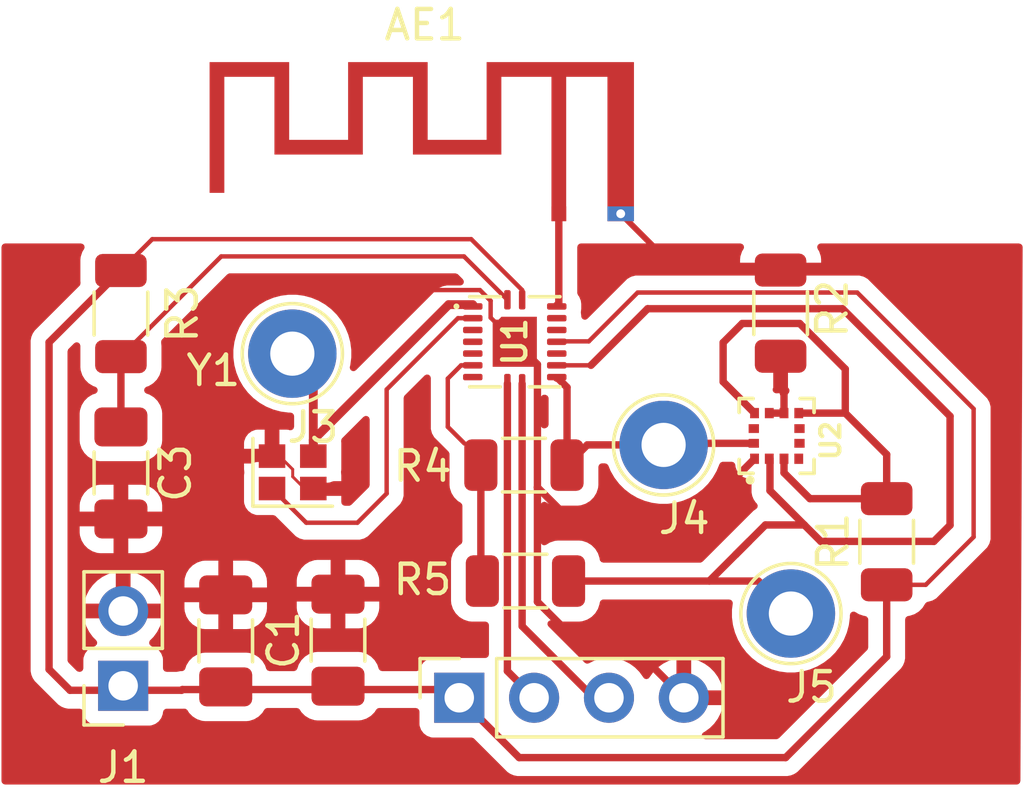
<source format=kicad_pcb>
(kicad_pcb (version 20241229) (generator "pcbnew") (generator_version "9.0")
  (layers (0 "F.Cu" signal) (2 "B.Cu" signal) (13 "F.Paste" user) (15 "B.Paste" user) (5 "F.SilkS" user "F.Silkscreen") (7 "B.SilkS" user "B.Silkscreen") (1 "F.Mask" user) (3 "B.Mask" user) (25 "Edge.Cuts" user))
  (net 0 "")
  (net 1 "RF_TX")
  (net 2 "GND")
  (net 3 "VCC")
  (net 4 "Net-(U1-EN)")
  (net 5 "UART_TX")
  (net 6 "UART_RX")
  (net 7 "I2C_SCL")
  (net 8 "I2C_SDA")
  (net 9 "XO_N")
  (net 10 "XO_P")
  (net 19 "SW0")
  (footprint "Resistor_SMD:R_1206_3216Metric" (layer "F.Cu") (at 83.5152 38.3647 -90)
    (property "Reference" "R3" (at 0 -2.0848 90) (layer "F.SilkS"))
    (property "Value" "10k" (hide yes))
    (fp_line (start -0.727064 0.91) (end 0.727064 0.91) (stroke (width 0.12)) (layer "F.SilkS"))
    (fp_line (start -0.727064 -0.91) (end 0.727064 -0.91) (stroke (width 0.12)) (layer "F.SilkS"))
    (pad "1" smd roundrect (at -1.4625 0 270) (size 1.125 1.75) (layers "F.Cu" "F.Mask" "F.Paste") (roundrect_rratio 0.222222) (net 3 "VCC"))
    (pad "2" smd roundrect (at 1.4625 0 270) (size 1.125 1.75) (layers "F.Cu" "F.Mask" "F.Paste") (roundrect_rratio 0.222222) (net 4 "Net-(U1-EN)"))
  )
  (footprint "Crystal:Crystal_SMD_2016-4Pin_2.0x1.6mm" (layer "F.Cu") (at 89.343 43.7554)
    (property "Reference" "Y1" (at -2.693 -3.4554 0) (layer "F.SilkS"))
    (property "Value" "Crystal_GND24" (hide yes))
    (fp_line (start -1.35 -1.15) (end -1.35 1.15) (stroke (width 0.12)) (layer "F.SilkS"))
    (fp_line (start -1.35 1.15) (end 1.35 1.15) (stroke (width 0.12)) (layer "F.SilkS"))
    (pad "1" smd rect (at -0.7 0.55) (size 0.9 0.8) (layers "F.Cu" "F.Mask" "F.Paste") (net 10 "XO_P"))
    (pad "2" smd rect (at 0.7 0.55) (size 0.9 0.8) (layers "F.Cu" "F.Mask" "F.Paste") (net 2 "GND"))
    (pad "3" smd rect (at 0.7 -0.55) (size 0.9 0.8) (layers "F.Cu" "F.Mask" "F.Paste") (net 9 "XO_N"))
    (pad "4" smd rect (at -0.7 -0.55) (size 0.9 0.8) (layers "F.Cu" "F.Mask" "F.Paste") (net 2 "GND"))
  )
  (footprint "TestPoint:TestPoint_Loop_D2.54mm_Drill1.5mm_Beaded" (layer "F.Cu") (at 89.3318 39.7256)
    (property "Reference" "J3" (at 0.7 2.5 0) (layer "F.SilkS"))
    (property "Value" "Conn_01x01_Socket" (hide yes))
    (fp_circle (center 0 0) (end 1.7 0) (stroke (width 0.12)) (fill no) (layer "F.SilkS"))
    (pad "1" thru_hole circle (at 0 0) (size 3 3) (drill 1.5) (layers "*.Cu" "*.Mask") (net 9 "XO_N"))
  )
  (footprint "RF_Antenna:Texas_SWRA117D_2.4GHz_Left" (layer "F.Cu") (at 98.3742 34.9758)
    (property "Reference" "AE1" (at -4.55 -6.41 0) (layer "F.SilkS"))
    (property "Value" "Antenna_Dipole")
    (fp_poly (pts (xy -2.45 -2.51) (xy -4.45 -2.51) (xy -4.45 -5.15) (xy -7.15 -5.15) (xy -7.15 -2.51) (xy -9.15 -2.51) (xy -9.15 -5.15) (xy -11.85 -5.15) (xy -11.85 -0.71) (xy -11.35 -0.71) (xy -11.35 -4.65) (xy -9.65 -4.65) (xy -9.65 -2.01) (xy -6.65 -2.01) (xy -6.65 -4.65) (xy -4.95 -4.65) (xy -4.95 -2.01) (xy -1.95 -2.01) (xy -1.95 -4.65) (xy -0.25 -4.65) (xy -0.25 0.25) (xy 0.25 0.25) (xy 0.25 -4.65) (xy 1.65 -4.65) (xy 1.65 0.25) (xy 2.55 0.25) (xy 2.55 0.006785) (xy 2.247583 0.006785) (xy 2.237742 0.054395) (xy 2.213674 0.096797) (xy 2.175731 0.129581) (xy 2.167819 0.133935) (xy 2.125156 0.146043) (xy 2.076637 0.1453) (xy 2.031122 0.1324) (xy 2.012511 0.121787) (xy 1.978868 0.086553) (xy 1.958309 0.041368) (xy 1.951778 -0.008158) (xy 1.960218 -0.056417) (xy 1.977112 -0.088643) (xy 2.012372 -0.121313) (xy 2.057682 -0.141408) (xy 2.107267 -0.147982) (xy 2.155353 -0.140092) (xy 2.188245 -0.123186) (xy 2.223185 -0.086416) (xy 2.242847 -0.041622) (xy 2.247583 0.006785) (xy 2.55 0.006785) (xy 2.55 -5.15) (xy -2.45 -5.15) (xy -2.45 -2.51)) (fill yes) (layer "F.Cu"))
    (pad "1" connect rect (at 0 0) (size 0.5 0.5) (layers "F.Cu") (net 1 "RF_TX"))
    (pad "2" thru_hole rect (at 2.1 0) (size 0.9 0.5) (drill 0.3) (layers "*.Cu") (net 2 "GND"))
  )
  (footprint "Connector_PinSocket_2.54mm:PinSocket_1x02_P2.54mm_Vertical" (layer "F.Cu") (at 83.5914 51.0032 180)
    (property "Reference" "J1" (at 0 -2.77 0) (layer "F.SilkS"))
    (property "Value" "Conn_01x02_Pin" (hide yes))
    (fp_line (start 1.33 1.27) (end 1.33 3.87) (stroke (width 0.12)) (layer "F.SilkS"))
    (fp_line (start 1.33 -1.33) (end 1.33 0) (stroke (width 0.12)) (layer "F.SilkS"))
    (fp_line (start 0 -1.33) (end 1.33 -1.33) (stroke (width 0.12)) (layer "F.SilkS"))
    (fp_line (start -1.33 3.87) (end 1.33 3.87) (stroke (width 0.12)) (layer "F.SilkS"))
    (fp_line (start -1.33 1.27) (end 1.33 1.27) (stroke (width 0.12)) (layer "F.SilkS"))
    (fp_line (start -1.33 1.27) (end -1.33 3.87) (stroke (width 0.12)) (layer "F.SilkS"))
    (pad "1" thru_hole rect (at 0 0 180) (size 1.7 1.7) (drill 1) (layers "*.Cu" "*.Mask") (net 3 "VCC"))
    (pad "2" thru_hole oval (at 0 2.54 180) (size 1.7 1.7) (drill 1) (layers "*.Cu" "*.Mask") (net 2 "GND"))
  )
  (footprint "BMA400:XDCR_BMA400" (layer "F.Cu") (at 105.7656 42.5196 90)
    (property "Reference" "U2" (at -0.15825 1.8344 90) (layer "F.SilkS") (effects (font (size 0.64 0.64))))
    (property "Value" "BMA400" (hide yes))
    (fp_line (start 1.27 -1.27) (end 0.8 -1.27) (stroke (width 0.127)) (layer "F.SilkS"))
    (fp_line (start 1.27 -1.27) (end 1.27 -0.8) (stroke (width 0.127)) (layer "F.SilkS"))
    (fp_line (start -1.27 -1.27) (end -0.8 -1.27) (stroke (width 0.127)) (layer "F.SilkS"))
    (fp_line (start -1.27 -1.27) (end -1.27 -0.8) (stroke (width 0.127)) (layer "F.SilkS"))
    (fp_line (start 1.27 1.27) (end 1.27 0.8) (stroke (width 0.127)) (layer "F.SilkS"))
    (fp_line (start 1.27 1.27) (end 0.8 1.27) (stroke (width 0.127)) (layer "F.SilkS"))
    (fp_line (start -1.27 1.27) (end -1.27 0.8) (stroke (width 0.127)) (layer "F.SilkS"))
    (fp_line (start -1.27 1.27) (end -0.8 1.27) (stroke (width 0.127)) (layer "F.SilkS"))
    (fp_circle (center -1.5 -0.9) (end -1.425 -0.9) (stroke (width 0.15)) (fill no) (layer "F.SilkS"))
    (pad "1" smd rect (at -0.775 -0.75 90) (size 0.35 0.3) (layers "F.Cu") (net 2 "GND"))
    (pad "2" smd rect (at -0.775 -0.25 90) (size 0.35 0.3) (layers "F.Cu") (net 8 "I2C_SDA"))
    (pad "3" smd rect (at -0.775 0.25 90) (size 0.35 0.3) (layers "F.Cu") (net 3 "VCC"))
    (pad "4" smd rect (at -0.775 0.75 90) (size 0.35 0.3) (layers "F.Cu"))
    (pad "5" smd rect (at -0.25 0.775 90) (size 0.3 0.35) (layers "F.Cu"))
    (pad "6" smd rect (at 0.25 0.775 90) (size 0.3 0.35) (layers "F.Cu"))
    (pad "7" smd rect (at 0.775 0.75 90) (size 0.35 0.3) (layers "F.Cu") (net 3 "VCC"))
    (pad "8" smd rect (at 0.775 0.25 90) (size 0.35 0.3) (layers "F.Cu") (net 2 "GND"))
    (pad "9" smd rect (at 0.775 -0.25 90) (size 0.35 0.3) (layers "F.Cu") (net 2 "GND"))
    (pad "10" smd rect (at 0.775 -0.75 90) (size 0.35 0.3) (layers "F.Cu") (net 3 "VCC"))
    (pad "11" smd rect (at 0.25 -0.775 90) (size 0.3 0.35) (layers "F.Cu"))
    (pad "12" smd rect (at -0.25 -0.775 90) (size 0.3 0.35) (layers "F.Cu") (net 7 "I2C_SCL"))
    (zone (net 0) (net_name "") (layer "F.Cu") (connect_pads (clearance 0)) (min_thickness 0.01)
      (keepout (tracks not_allowed) (vias not_allowed) (pads not_allowed) (copperpour not_allowed) (footprints allowed))
      (fill (thermal_gap 0.508) (thermal_bridge_width 0.508))
      (polygon (pts (xy 105.2906 42.9946) (xy 105.2906 42.0446) (xy 106.2406 42.0446) (xy 106.2406 42.9946)))
    )
  )
  (footprint "Capacitor_SMD:C_1206_3216Metric_Pad1.33x1.80mm_HandSolder" (layer "F.Cu") (at 87.0712 49.4784 90)
    (property "Reference" "C2" (hide yes))
    (property "Value" "0.1uF" (hide yes))
    (fp_line (start -0.711252 -0.91) (end 0.711252 -0.91) (stroke (width 0.12)) (layer "F.SilkS"))
    (fp_line (start -0.711252 0.91) (end 0.711252 0.91) (stroke (width 0.12)) (layer "F.SilkS"))
    (pad "1" smd roundrect (at -1.5625 0 90) (size 1.325 1.8) (layers "F.Cu" "F.Mask" "F.Paste") (roundrect_rratio 0.188679) (net 3 "VCC"))
    (pad "2" smd roundrect (at 1.5625 0 90) (size 1.325 1.8) (layers "F.Cu" "F.Mask" "F.Paste") (roundrect_rratio 0.188679) (net 2 "GND"))
  )
  (footprint "TestPoint:TestPoint_Loop_D2.54mm_Drill1.5mm_Beaded" (layer "F.Cu") (at 106.25 48.55)
    (property "Reference" "J5" (at 0.7 2.5 0) (layer "F.SilkS"))
    (property "Value" "Conn_01x01_Socket" (hide yes))
    (fp_circle (center 0 0) (end 1.7 0) (stroke (width 0.12)) (fill no) (layer "F.SilkS"))
    (pad "1" thru_hole circle (at 0 0) (size 3 3) (drill 1.5) (layers "*.Cu" "*.Mask") (net 8 "I2C_SDA"))
  )
  (footprint "TestPoint:TestPoint_Loop_D2.54mm_Drill1.5mm_Beaded" (layer "F.Cu") (at 101.9302 42.8244)
    (property "Reference" "J4" (at 0.7 2.5 0) (layer "F.SilkS"))
    (property "Value" "Conn_01x01_Socket" (hide yes))
    (fp_circle (center 0 0) (end 1.7 0) (stroke (width 0.12)) (fill no) (layer "F.SilkS"))
    (pad "1" thru_hole circle (at 0 0) (size 3 3) (drill 1.5) (layers "*.Cu" "*.Mask") (net 7 "I2C_SCL"))
  )
  (footprint "IN100:QFN19P40_300X300X80L35X20T170X150N" (layer "F.Cu") (at 96.8796 39.3218 -90)
    (property "Reference" "U1" (at 0 0 90) (layer "F.SilkS") (effects (font (size 0.787402 0.787402))))
    (property "Value" "~")
    (fp_line (start -1.53 1.53) (end -1.53 1.53) (stroke (width 0.12)) (layer "F.SilkS"))
    (fp_line (start 1.53 1.53) (end 1.53 1.53) (stroke (width 0.12)) (layer "F.SilkS"))
    (fp_line (start 1.53 1.53) (end 1.53 0.49) (stroke (width 0.12)) (layer "F.SilkS"))
    (fp_line (start -1.53 0.49) (end -1.53 1.53) (stroke (width 0.12)) (layer "F.SilkS"))
    (fp_line (start 1.53 -0.49) (end 1.53 -1.53) (stroke (width 0.12)) (layer "F.SilkS"))
    (fp_line (start -1.53 -1.53) (end -1.53 -0.49) (stroke (width 0.12)) (layer "F.SilkS"))
    (fp_line (start -1.53 -1.53) (end -1.53 -1.53) (stroke (width 0.12)) (layer "F.SilkS"))
    (fp_line (start 1.53 -1.53) (end 1.53 -1.53) (stroke (width 0.12)) (layer "F.SilkS"))
    (fp_circle (center -1.2 1.98) (end -1.1 1.98) (fill yes) (layer "F.SilkS"))
    (pad "1" smd roundrect (at -1.2 1.425 270) (size 0.22 0.66) (layers "F.Cu" "F.Mask" "F.Paste") (roundrect_rratio 0.275) (net 9 "XO_N"))
    (pad "2" smd roundrect (at -0.8 1.425 270) (size 0.22 0.66) (layers "F.Cu" "F.Mask" "F.Paste") (roundrect_rratio 0.275) (net 10 "XO_P"))
    (pad "3" smd roundrect (at -0.4 1.425 270) (size 0.22 0.66) (layers "F.Cu" "F.Mask" "F.Paste") (roundrect_rratio 0.275))
    (pad "4" smd roundrect (at 0 1.425 270) (size 0.22 0.66) (layers "F.Cu" "F.Mask" "F.Paste") (roundrect_rratio 0.275))
    (pad "5" smd roundrect (at 0.4 1.425 270) (size 0.22 0.66) (layers "F.Cu" "F.Mask" "F.Paste") (roundrect_rratio 0.275))
    (pad "6" smd roundrect (at 0.8 1.425 270) (size 0.22 0.66) (layers "F.Cu" "F.Mask" "F.Paste") (roundrect_rratio 0.275) (net 19 "SW0"))
    (pad "7" smd roundrect (at 1.2 1.425 270) (size 0.22 0.66) (layers "F.Cu" "F.Mask" "F.Paste") (roundrect_rratio 0.275))
    (pad "8" smd roundrect (at 1.42 0.25 270) (size 0.66 0.22) (layers "F.Cu" "F.Mask" "F.Paste") (roundrect_rratio 0.275) (net 6 "UART_RX"))
    (pad "9" smd roundrect (at 1.425 -0.25 270) (size 0.66 0.22) (layers "F.Cu" "F.Mask" "F.Paste") (roundrect_rratio 0.275) (net 5 "UART_TX"))
    (pad "10" smd roundrect (at 1.2 -1.425 270) (size 0.22 0.66) (layers "F.Cu" "F.Mask" "F.Paste") (roundrect_rratio 0.275) (net 7 "I2C_SCL"))
    (pad "11" smd roundrect (at 0.8 -1.425 270) (size 0.22 0.66) (layers "F.Cu" "F.Mask" "F.Paste") (roundrect_rratio 0.275) (net 8 "I2C_SDA"))
    (pad "12" smd roundrect (at 0.4 -1.425 270) (size 0.22 0.66) (layers "F.Cu" "F.Mask" "F.Paste") (roundrect_rratio 0.275))
    (pad "13" smd roundrect (at 0 -1.425 270) (size 0.22 0.66) (layers "F.Cu" "F.Mask" "F.Paste") (roundrect_rratio 0.275) (net 3 "VCC"))
    (pad "14" smd roundrect (at -0.4 -1.425 270) (size 0.22 0.66) (layers "F.Cu" "F.Mask" "F.Paste") (roundrect_rratio 0.275))
    (pad "15" smd roundrect (at -0.8 -1.425 270) (size 0.22 0.66) (layers "F.Cu" "F.Mask" "F.Paste") (roundrect_rratio 0.275))
    (pad "16" smd roundrect (at -1.2 -1.425 270) (size 0.22 0.66) (layers "F.Cu" "F.Mask" "F.Paste") (roundrect_rratio 0.275) (net 1 "RF_TX"))
    (pad "17" smd roundrect (at -1.425 -0.25 270) (size 0.66 0.22) (layers "F.Cu" "F.Mask" "F.Paste") (roundrect_rratio 0.275) (net 3 "VCC"))
    (pad "18" smd roundrect (at -1.425 0.25 270) (size 0.66 0.22) (layers "F.Cu" "F.Mask" "F.Paste") (roundrect_rratio 0.275) (net 4 "Net-(U1-EN)"))
    (pad "19" smd custom (at 0 0 270) (size 1.5 1.5) (layers "F.Cu") (net 2 "GND") (options (clearance outline) (anchor rect)) (primitives (gr_poly (pts (xy -0.849 -0.749) (xy 0.849 -0.749) (xy 0.849 0.749) (xy -0.55 0.749) (xy -0.849 0.45)) (width 0.002) (fill yes))))
  )
  (footprint "Capacitor_SMD:C_1206_3216Metric_Pad1.33x1.80mm_HandSolder" (layer "F.Cu") (at 90.8812 49.4538 90)
    (property "Reference" "C1" (at 0 -1.85 90) (layer "F.SilkS"))
    (property "Value" "10uF" (hide yes))
    (fp_line (start -0.711252 -0.91) (end 0.711252 -0.91) (stroke (width 0.12)) (layer "F.SilkS"))
    (fp_line (start -0.711252 0.91) (end 0.711252 0.91) (stroke (width 0.12)) (layer "F.SilkS"))
    (pad "1" smd roundrect (at -1.5625 0 90) (size 1.325 1.8) (layers "F.Cu" "F.Mask" "F.Paste") (roundrect_rratio 0.188679) (net 3 "VCC"))
    (pad "2" smd roundrect (at 1.5625 0 90) (size 1.325 1.8) (layers "F.Cu" "F.Mask" "F.Paste") (roundrect_rratio 0.188679) (net 2 "GND"))
  )
  (footprint "Resistor_SMD:R_1206_3216Metric" (layer "F.Cu") (at 105.9 38.35 90)
    (property "Reference" "R2" (at 0.15 1.75 90) (layer "F.SilkS"))
    (property "Value" "0" (hide yes))
    (fp_line (start -0.727064 -0.91) (end 0.727064 -0.91) (stroke (width 0.12)) (layer "F.SilkS"))
    (fp_line (start -0.727064 0.91) (end 0.727064 0.91) (stroke (width 0.12)) (layer "F.SilkS"))
    (pad "1" smd roundrect (at -1.4625 0 90) (size 1.125 1.75) (layers "F.Cu" "F.Mask" "F.Paste") (roundrect_rratio 0.222222) (net 2 "GND"))
    (pad "2" smd roundrect (at 1.4625 0 90) (size 1.125 1.75) (layers "F.Cu" "F.Mask" "F.Paste") (roundrect_rratio 0.222222) (net 2 "GND"))
  )
  (footprint "Resistor_SMD:R_1206_3216Metric" (layer "F.Cu") (at 109.4994 46.1117 90)
    (property "Reference" "R1" (at 0 -1.82 90) (layer "F.SilkS"))
    (property "Value" "0" (hide yes))
    (fp_line (start -0.727064 -0.91) (end 0.727064 -0.91) (stroke (width 0.12)) (layer "F.SilkS"))
    (fp_line (start -0.727064 0.91) (end 0.727064 0.91) (stroke (width 0.12)) (layer "F.SilkS"))
    (pad "1" smd roundrect (at -1.4625 0 90) (size 1.125 1.75) (layers "F.Cu" "F.Mask" "F.Paste") (roundrect_rratio 0.222222) (net 3 "VCC"))
    (pad "2" smd roundrect (at 1.4625 0 90) (size 1.125 1.75) (layers "F.Cu" "F.Mask" "F.Paste") (roundrect_rratio 0.222222) (net 3 "VCC"))
  )
  (footprint "Capacitor_SMD:C_1206_3216Metric_Pad1.33x1.80mm_HandSolder" (layer "F.Cu") (at 83.5152 43.7765 -90)
    (property "Reference" "C3" (at 0 -1.85 90) (layer "F.SilkS"))
    (property "Value" "0.1uF" (hide yes))
    (fp_line (start -0.711252 0.91) (end 0.711252 0.91) (stroke (width 0.12)) (layer "F.SilkS"))
    (fp_line (start -0.711252 -0.91) (end 0.711252 -0.91) (stroke (width 0.12)) (layer "F.SilkS"))
    (pad "1" smd roundrect (at -1.5625 0 270) (size 1.325 1.8) (layers "F.Cu" "F.Mask" "F.Paste") (roundrect_rratio 0.188679) (net 4 "Net-(U1-EN)"))
    (pad "2" smd roundrect (at 1.5625 0 270) (size 1.325 1.8) (layers "F.Cu" "F.Mask" "F.Paste") (roundrect_rratio 0.188679) (net 2 "GND"))
  )
  (footprint "Resistor_SMD:R_1206_3216Metric" (layer "F.Cu") (at 97.1911 43.5102)
    (property "Reference" "R4" (at -3.4411 0.0398 0) (layer "F.SilkS"))
    (property "Value" "2k2" (hide yes))
    (fp_line (start -0.727064 -0.91) (end 0.727064 -0.91) (stroke (width 0.12)) (layer "F.SilkS"))
    (fp_line (start -0.727064 0.91) (end 0.727064 0.91) (stroke (width 0.12)) (layer "F.SilkS"))
    (pad "1" smd roundrect (at -1.4625 0) (size 1.125 1.75) (layers "F.Cu" "F.Mask" "F.Paste") (roundrect_rratio 0.222222) (net 19 "SW0"))
    (pad "2" smd roundrect (at 1.4625 0) (size 1.125 1.75) (layers "F.Cu" "F.Mask" "F.Paste") (roundrect_rratio 0.222222) (net 7 "I2C_SCL"))
  )
  (footprint "Resistor_SMD:R_1206_3216Metric" (layer "F.Cu") (at 97.2419 47.4472)
    (property "Reference" "R5" (at -3.4919 -0.0472 0) (layer "F.SilkS"))
    (property "Value" "2k2" (hide yes))
    (fp_line (start -0.727064 -0.91) (end 0.727064 -0.91) (stroke (width 0.12)) (layer "F.SilkS"))
    (fp_line (start -0.727064 0.91) (end 0.727064 0.91) (stroke (width 0.12)) (layer "F.SilkS"))
    (pad "1" smd roundrect (at -1.4625 0) (size 1.125 1.75) (layers "F.Cu" "F.Mask" "F.Paste") (roundrect_rratio 0.222222) (net 19 "SW0"))
    (pad "2" smd roundrect (at 1.4625 0) (size 1.125 1.75) (layers "F.Cu" "F.Mask" "F.Paste") (roundrect_rratio 0.222222) (net 8 "I2C_SDA"))
  )
  (footprint "Connector_PinSocket_2.54mm:PinSocket_1x04_P2.54mm_Vertical" (layer "F.Cu") (at 94.996 51.4096 90)
    (property "Reference" "J2" (hide yes))
    (property "Value" "Conn_01x04_Socket" (hide yes))
    (fp_line (start 1.33 -1.33) (end 1.33 0) (stroke (width 0.12)) (layer "F.SilkS"))
    (fp_line (start 0 -1.33) (end 1.33 -1.33) (stroke (width 0.12)) (layer "F.SilkS"))
    (fp_line (start 1.33 1.27) (end 1.33 8.95) (stroke (width 0.12)) (layer "F.SilkS"))
    (fp_line (start -1.33 1.27) (end 1.33 1.27) (stroke (width 0.12)) (layer "F.SilkS"))
    (fp_line (start -1.33 1.27) (end -1.33 8.95) (stroke (width 0.12)) (layer "F.SilkS"))
    (fp_line (start -1.33 8.95) (end 1.33 8.95) (stroke (width 0.12)) (layer "F.SilkS"))
    (pad "1" thru_hole rect (at 0 0 90) (size 1.7 1.7) (drill 1) (layers "*.Cu" "*.Mask") (net 3 "VCC"))
    (pad "2" thru_hole oval (at 0 2.54 90) (size 1.7 1.7) (drill 1) (layers "*.Cu" "*.Mask") (net 6 "UART_RX"))
    (pad "3" thru_hole oval (at 0 5.08 90) (size 1.7 1.7) (drill 1) (layers "*.Cu" "*.Mask") (net 5 "UART_TX"))
    (pad "4" thru_hole oval (at 0 7.62 90) (size 1.7 1.7) (drill 1) (layers "*.Cu" "*.Mask") (net 2 "GND"))
  )
  (segment (start 98.3742 38.0162) (end 98.3046 38.0858) (width 0.25) (layer "F.Cu") (net 1))
  (segment (start 98.3742 34.9758) (end 98.3742 38.0162) (width 0.25) (layer "F.Cu") (net 1))
  (segment (start 97.6486 44.264214) (end 97.6486 40.0908) (width 0.25) (layer "F.Cu") (net 2))
  (segment (start 99.098186 49.6) (end 100.8064 49.6) (width 0.25) (layer "F.Cu") (net 2))
  (segment (start 89.344 43.9034) (end 89.746 44.3054) (width 0.1) (layer "F.Cu") (net 2))
  (segment (start 105.5156 41.7446) (end 106.0156 41.7446) (width 0.25) (layer "F.Cu") (net 2))
  (segment (start 88.643 43.2054) (end 88.895 43.2054) (width 0.1) (layer "F.Cu") (net 2))
  (segment (start 106.0156 39.9281) (end 105.9 39.8125) (width 0.25) (layer "F.Cu") (net 2))
  (segment (start 105.9 36.8875) (end 102.3859 36.8875) (width 0.2) (layer "F.Cu") (net 2))
  (segment (start 89.344 43.6544) (end 89.344 43.9034) (width 0.1) (layer "F.Cu") (net 2))
  (segment (start 96.0606 38.5028) (end 96.0606 37.93124) (width 0.15) (layer "F.Cu") (net 2))
  (segment (start 97.6486 44.264214) (end 97.6486 48.150414) (width 0.25) (layer "F.Cu") (net 2))
  (segment (start 89.746 44.3054) (end 90.043 44.3054) (width 0.1) (layer "F.Cu") (net 2))
  (segment (start 100.8064 49.6) (end 102.616 51.4096) (width 0.25) (layer "F.Cu") (net 2))
  (segment (start 88.895 43.2054) (end 89.344 43.6544) (width 0.1) (layer "F.Cu") (net 2))
  (segment (start 96.0606 37.93124) (end 95.69596 37.5666) (width 0.15) (layer "F.Cu") (net 2))
  (segment (start 95.69596 37.5666) (end 87.884 37.5666) (width 0.15) (layer "F.Cu") (net 2))
  (segment (start 105.0156 43.2946) (end 103.1236 45.1866) (width 0.25) (layer "F.Cu") (net 2))
  (segment (start 96.8796 39.49336) (end 96.8796 39.3218) (width 0.15) (layer "F.Cu") (net 2))
  (segment (start 106.0156 41.7446) (end 106.0156 39.9281) (width 0.25) (layer "F.Cu") (net 2))
  (segment (start 97.6486 40.0908) (end 96.8796 39.3218) (width 0.25) (layer "F.Cu") (net 2))
  (segment (start 102.3859 36.8875) (end 100.4742 34.9758) (width 0.2) (layer "F.Cu") (net 2))
  (segment (start 97.6486 48.150414) (end 99.098186 49.6) (width 0.25) (layer "F.Cu") (net 2))
  (segment (start 87.884 37.5666) (end 87.249 38.2016) (width 0.15) (layer "F.Cu") (net 2))
  (segment (start 103.1236 45.1866) (end 98.570986 45.1866) (width 0.25) (layer "F.Cu") (net 2))
  (segment (start 98.570986 45.1866) (end 97.6486 44.264214) (width 0.25) (layer "F.Cu") (net 2))
  (segment (start 96.8796 39.3218) (end 96.0606 38.5028) (width 0.15) (layer "F.Cu") (net 2))
  (segment (start 81.788 51.1556) (end 85.5734 51.1556) (width 0.25) (layer "F.Cu") (net 3))
  (segment (start 106.0156 43.2946) (end 106.0156 43.7716) (width 0.25) (layer "F.Cu") (net 3))
  (segment (start 98.3186 39.3078) (end 99.3922 39.3078) (width 0.15) (layer "F.Cu") (net 3))
  (segment (start 98.3046 39.3218) (end 98.3186 39.3078) (width 0.15) (layer "F.Cu") (net 3))
  (segment (start 108.0946 41.7446) (end 109.4994 43.1494) (width 0.25) (layer "F.Cu") (net 3))
  (segment (start 103.95 39.35) (end 103.95 40.679) (width 0.25) (layer "F.Cu") (net 3))
  (segment (start 104.6 38.7) (end 103.95 39.35) (width 0.25) (layer "F.Cu") (net 3))
  (segment (start 108.0946 41.7446) (end 108.0946 40.248086) (width 0.25) (layer "F.Cu") (net 3))
  (segment (start 109.4994 50.0126) (end 109.4994 47.5742) (width 0.25) (layer "F.Cu") (net 3))
  (segment (start 97.028 53.4416) (end 106.0704 53.4416) (width 0.25) (layer "F.Cu") (net 3))
  (segment (start 85.5734 51.1556) (end 85.598 51.131) (width 0.25) (layer "F.Cu") (net 3))
  (segment (start 101.05 37.65) (end 108.5 37.65) (width 0.15) (layer "F.Cu") (net 3))
  (segment (start 97.1296 37.8968) (end 97.1296 37.5668) (width 0.15) (layer "F.Cu") (net 3))
  (segment (start 94.7174 51.131) (end 94.996 51.4096) (width 0.25) (layer "F.Cu") (net 3))
  (segment (start 81.0768 39.3406) (end 81.0768 50.4444) (width 0.25) (layer "F.Cu") (net 3))
  (segment (start 112.45 41.6) (end 112.45 45.95) (width 0.15) (layer "F.Cu") (net 3))
  (segment (start 85.598 51.131) (end 94.7174 51.131) (width 0.25) (layer "F.Cu") (net 3))
  (segment (start 106.8932 44.6492) (end 109.4994 44.6492) (width 0.25) (layer "F.Cu") (net 3))
  (segment (start 99.3922 39.3078) (end 101.05 37.65) (width 0.15) (layer "F.Cu") (net 3))
  (segment (start 108.0946 40.248086) (end 106.546514 38.7) (width 0.25) (layer "F.Cu") (net 3))
  (segment (start 106.0704 53.4416) (end 109.4994 50.0126) (width 0.25) (layer "F.Cu") (net 3))
  (segment (start 112.45 45.95) (end 110.8258 47.5742) (width 0.15) (layer "F.Cu") (net 3))
  (segment (start 94.996 51.4096) (end 97.028 53.4416) (width 0.25) (layer "F.Cu") (net 3))
  (segment (start 103.95 40.679) (end 105.0156 41.7446) (width 0.25) (layer "F.Cu") (net 3))
  (segment (start 106.546514 38.7) (end 104.6 38.7) (width 0.25) (layer "F.Cu") (net 3))
  (segment (start 83.5152 36.9022) (end 81.0768 39.3406) (width 0.25) (layer "F.Cu") (net 3))
  (segment (start 106.0156 43.7716) (end 106.8932 44.6492) (width 0.25) (layer "F.Cu") (net 3))
  (segment (start 110.8258 47.5742) (end 109.4994 47.5742) (width 0.15) (layer "F.Cu") (net 3))
  (segment (start 108.5 37.65) (end 112.45 41.6) (width 0.15) (layer "F.Cu") (net 3))
  (segment (start 95.4022 35.8394) (end 84.578 35.8394) (width 0.15) (layer "F.Cu") (net 3))
  (segment (start 109.4994 43.1494) (end 109.4994 44.6492) (width 0.25) (layer "F.Cu") (net 3))
  (segment (start 108.0946 41.7446) (end 106.5156 41.7446) (width 0.25) (layer "F.Cu") (net 3))
  (segment (start 81.0768 50.4444) (end 81.788 51.1556) (width 0.25) (layer "F.Cu") (net 3))
  (segment (start 84.578 35.8394) (end 83.5152 36.9022) (width 0.15) (layer "F.Cu") (net 3))
  (segment (start 97.1296 37.5668) (end 95.4022 35.8394) (width 0.15) (layer "F.Cu") (net 3))
  (segment (start 96.6296 37.8968) (end 95.1564 36.4236) (width 0.15) (layer "F.Cu") (net 4))
  (segment (start 83.5152 39.8272) (end 83.5152 42.214) (width 0.25) (layer "F.Cu") (net 4))
  (segment (start 86.9188 36.4236) (end 83.5152 39.8272) (width 0.15) (layer "F.Cu") (net 4))
  (segment (start 95.1564 36.4236) (end 86.9188 36.4236) (width 0.15) (layer "F.Cu") (net 4))
  (segment (start 99.5596 51.4096) (end 100.076 51.4096) (width 0.25) (layer "F.Cu") (net 5))
  (segment (start 97.1296 48.9796) (end 99.5596 51.4096) (width 0.25) (layer "F.Cu") (net 5))
  (segment (start 97.1296 40.7468) (end 97.1296 48.9796) (width 0.25) (layer "F.Cu") (net 5))
  (segment (start 96.6296 40.7418) (end 96.6296 50.5032) (width 0.25) (layer "F.Cu") (net 6))
  (segment (start 96.6296 50.5032) (end 97.536 51.4096) (width 0.25) (layer "F.Cu") (net 6))
  (segment (start 98.6536 40.8708) (end 98.3406 40.5578) (width 0.25) (layer "F.Cu") (net 7))
  (segment (start 104.9666 42.7936) (end 104.9906 42.7696) (width 0.25) (layer "F.Cu") (net 7))
  (segment (start 101.985 42.7696) (end 101.9302 42.8244) (width 0.25) (layer "F.Cu") (net 7))
  (segment (start 98.6536 43.0276) (end 98.7806 42.9006) (width 0.25) (layer "F.Cu") (net 7))
  (segment (start 98.3406 40.5578) (end 98.3046 40.5578) (width 0.25) (layer "F.Cu") (net 7))
  (segment (start 104.9906 42.7696) (end 101.985 42.7696) (width 0.25) (layer "F.Cu") (net 7))
  (segment (start 99.3394 42.8244) (end 101.9302 42.8244) (width 0.25) (layer "F.Cu") (net 7))
  (segment (start 98.6536 43.5102) (end 99.3394 42.8244) (width 0.25) (layer "F.Cu") (net 7))
  (segment (start 98.6536 43.0276) (end 98.6536 40.8708) (width 0.25) (layer "F.Cu") (net 7))
  (segment (start 111.1 46.1) (end 107.2632 46.1) (width 0.25) (layer "F.Cu") (net 8))
  (segment (start 101.3882 38.2) (end 108 38.2) (width 0.25) (layer "F.Cu") (net 8))
  (segment (start 103.4796 47.4472) (end 104.3813 46.5455) (width 0.25) (layer "F.Cu") (net 8))
  (segment (start 104.3813 46.5455) (end 104.8258 46.101) (width 0.25) (layer "F.Cu") (net 8))
  (segment (start 103.4796 47.4472) (end 105.1472 47.4472) (width 0.25) (layer "F.Cu") (net 8))
  (segment (start 106.7054 45.5422) (end 105.3846 45.5422) (width 0.25) (layer "F.Cu") (net 8))
  (segment (start 105.3846 45.5422) (end 104.3813 46.5455) (width 0.25) (layer "F.Cu") (net 8))
  (segment (start 105.5396 43.2816) (end 105.5396 44.3764) (width 0.25) (layer "F.Cu") (net 8))
  (segment (start 107.2632 46.1) (end 106.7054 45.5422) (width 0.25) (layer "F.Cu") (net 8))
  (segment (start 108 38.2) (end 111.65 41.85) (width 0.25) (layer "F.Cu") (net 8))
  (segment (start 98.7044 47.4472) (end 103.4796 47.4472) (width 0.25) (layer "F.Cu") (net 8))
  (segment (start 99.4664 40.1218) (end 101.3882 38.2) (width 0.25) (layer "F.Cu") (net 8))
  (segment (start 105.1472 47.4472) (end 106.25 48.55) (width 0.25) (layer "F.Cu") (net 8))
  (segment (start 98.3046 40.1218) (end 99.4664 40.1218) (width 0.15) (layer "F.Cu") (net 8))
  (segment (start 111.65 41.85) (end 111.65 45.55) (width 0.25) (layer "F.Cu") (net 8))
  (segment (start 99.1108 47.4472) (end 98.7044 47.4472) (width 0.25) (layer "F.Cu") (net 8))
  (segment (start 105.5396 44.3764) (end 106.7054 45.5422) (width 0.25) (layer "F.Cu") (net 8))
  (segment (start 111.65 45.55) (end 111.1 46.1) (width 0.25) (layer "F.Cu") (net 8))
  (segment (start 90.043 42.6554) (end 94.6376 38.0608) (width 0.3) (layer "F.Cu") (net 9))
  (segment (start 90.043 43.2054) (end 90.043 40.4368) (width 0.3) (layer "F.Cu") (net 9))
  (segment (start 90.043 43.2054) (end 90.043 42.6554) (width 0.3) (layer "F.Cu") (net 9))
  (segment (start 90.043 40.4368) (end 89.3318 39.7256) (width 0.3) (layer "F.Cu") (net 9))
  (segment (start 94.6376 38.0608) (end 95.4546 38.0608) (width 0.3) (layer "F.Cu") (net 9))
  (segment (start 89.8036 45.466) (end 88.643 44.3054) (width 0.15) (layer "F.Cu") (net 10))
  (segment (start 94.951974 38.5218) (end 92.5322 40.941574) (width 0.15) (layer "F.Cu") (net 10))
  (segment (start 92.5322 44.4754) (end 91.5416 45.466) (width 0.15) (layer "F.Cu") (net 10))
  (segment (start 95.4546 38.5218) (end 95.4484 38.528) (width 0.15) (layer "F.Cu") (net 10))
  (segment (start 92.5322 40.941574) (end 92.5322 44.4754) (width 0.15) (layer "F.Cu") (net 10))
  (segment (start 95.4546 38.5218) (end 94.951974 38.5218) (width 0.15) (layer "F.Cu") (net 10))
  (segment (start 91.5416 45.466) (end 89.8036 45.466) (width 0.15) (layer "F.Cu") (net 10))
  (segment (start 94.6073 40.57254) (end 94.6073 42.2111) (width 0.15) (layer "F.Cu") (net 19))
  (segment (start 95.05804 40.1218) (end 94.6073 40.57254) (width 0.15) (layer "F.Cu") (net 19))
  (segment (start 94.6073 42.2111) (end 95.1698 42.7736) (width 0.15) (layer "F.Cu") (net 19))
  (segment (start 95.4546 40.1218) (end 95.05804 40.1218) (width 0.15) (layer "F.Cu") (net 19))
  (segment (start 95.7286 47.3964) (end 95.7794 47.4472) (width 0.25) (layer "F.Cu") (net 19))
  (segment (start 95.7286 43.0276) (end 95.7286 47.3964) (width 0.25) (layer "F.Cu") (net 19))
  (zone (net 2) (net_name "GND") (layer "F.Cu") (connect_pads (clearance 0.5)) (min_thickness 0.25) (fill yes (thermal_gap 0.5) (thermal_bridge_width 0.5))
    (polygon (pts (xy 114.037481 54.356) (xy 114.114352 35.984) (xy 79.462 35.984) (xy 79.462 54.356)))
  )
)
</source>
